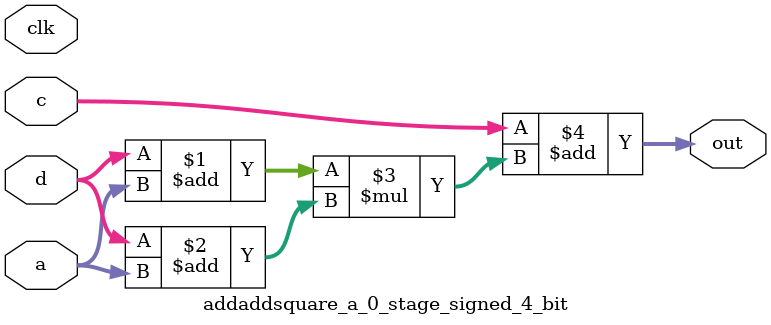
<source format=sv>
(* use_dsp = "yes" *) module addaddsquare_a_0_stage_signed_4_bit(
	input signed [3:0] a,
	input signed [3:0] c,
	input signed [3:0] d,
	output [3:0] out,
	input clk);

	assign out = c + ((d + a) * (d + a));
endmodule

</source>
